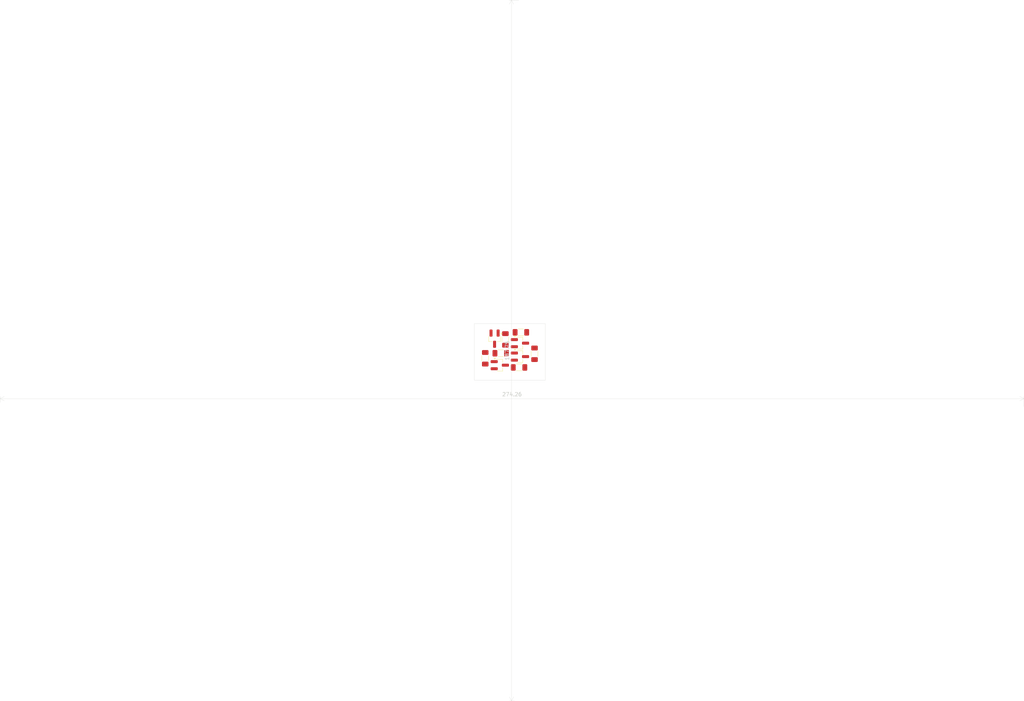
<source format=kicad_pcb>
(kicad_pcb (version 20241229) (generator "pcbnew") (generator_version "9.0")
  (layers (0 "F.Cu" signal) (2 "B.Cu" signal) (13 "F.Paste" user) (15 "B.Paste" user) (5 "F.SilkS" user "F.Silkscreen") (7 "B.SilkS" user "B.Silkscreen") (1 "F.Mask" user) (3 "B.Mask" user) (25 "Edge.Cuts" user))
  (net 0 "")
  (net 1 "LV")
  (net 2 "/LIO1")
  (net 3 "Net-(Q4-B)")
  (net 4 "GND")
  (net 5 "/HIO1")
  (net 6 "Net-(Q3-B)")
  (net 7 "HV")
  (net 8 "Net-(Q1-C)")
  (net 9 "Net-(Q1-B)")
  (net 10 "/GS1")
  (net 11 "/HVS1")
  (footprint "Resistor_SMD:R_1206_3216Metric_Pad1.30x1.75mm_HandSolder" (layer "F.Cu") (at 141.615 107.785 90)
    (property "Reference" "R6" (hide yes))
    (property "Value" "5.6k")
    (fp_line (start -0.727064 -0.91) (end 0.727064 -0.91) (stroke (width 0.12)) (layer "F.SilkS"))
    (fp_line (start -0.727064 0.91) (end 0.727064 0.91) (stroke (width 0.12)) (layer "F.SilkS"))
    (pad "1" smd roundrect (at -1.55 0 90) (size 1.3 1.75) (layers "F.Cu" "F.Mask" "F.Paste") (roundrect_rratio 0.192308) (net 7 "HV"))
    (pad "2" smd roundrect (at 1.55 0 90) (size 1.3 1.75) (layers "F.Cu" "F.Mask" "F.Paste") (roundrect_rratio 0.192308) (net 8 "Net-(Q1-C)"))
  )
  (footprint "Package_TO_SOT_SMD:SOT-23_Handsoldering" (layer "F.Cu") (at 150.915 107.335)
    (property "Reference" "Q3" (hide yes))
    (property "Value" "S9012")
    (fp_line (start -0.04 -1.58) (end -0.84 -1.58) (stroke (width 0.12)) (layer "F.SilkS"))
    (fp_line (start -0.04 -1.58) (end 0.76 -1.58) (stroke (width 0.12)) (layer "F.SilkS"))
    (fp_line (start 0.76 -1.58) (end 0.76 -0.65) (stroke (width 0.12)) (layer "F.SilkS"))
    (fp_line (start 0.76 1.58) (end -0.7 1.58) (stroke (width 0.12)) (layer "F.SilkS"))
    (fp_line (start 0.76 1.58) (end 0.76 0.65) (stroke (width 0.12)) (layer "F.SilkS"))
    (fp_poly (pts (xy -1.34 -1.61) (xy -1.58 -1.94) (xy -1.1 -1.94) (xy -1.34 -1.61)) (stroke (width 0.12)) (fill yes) (layer "F.SilkS"))
    (pad "1" smd roundrect (at -1.5 -0.95) (size 1.9 0.8) (layers "F.Cu" "F.Mask" "F.Paste") (net 6 "Net-(Q3-B)"))
    (pad "2" smd roundrect (at -1.5 0.95) (size 1.9 0.8) (layers "F.Cu" "F.Mask" "F.Paste") (net 7 "HV"))
    (pad "3" smd roundrect (at 1.5 0) (size 1.9 0.8) (layers "F.Cu" "F.Mask" "F.Paste") (net 5 "/HIO1"))
  )
  (footprint "Package_TO_SOT_SMD:SOT-23_Handsoldering" (layer "F.Cu") (at 144.115 102.535 -90)
    (property "Reference" "Q1" (hide yes))
    (property "Value" "PMBT2222A")
    (fp_line (start 0.76 1.58) (end -0.7 1.58) (stroke (width 0.12)) (layer "F.SilkS"))
    (fp_line (start 0.76 1.58) (end 0.76 0.65) (stroke (width 0.12)) (layer "F.SilkS"))
    (fp_line (start -0.04 -1.58) (end -0.84 -1.58) (stroke (width 0.12)) (layer "F.SilkS"))
    (fp_line (start -0.04 -1.58) (end 0.76 -1.58) (stroke (width 0.12)) (layer "F.SilkS"))
    (fp_line (start 0.76 -1.58) (end 0.76 -0.65) (stroke (width 0.12)) (layer "F.SilkS"))
    (fp_poly (pts (xy -1.34 -1.61) (xy -1.58 -1.94) (xy -1.1 -1.94) (xy -1.34 -1.61)) (stroke (width 0.12)) (fill yes) (layer "F.SilkS"))
    (pad "1" smd roundrect (at -1.5 -0.95 270) (size 1.9 0.8) (layers "F.Cu" "F.Mask" "F.Paste") (net 9 "Net-(Q1-B)"))
    (pad "2" smd roundrect (at -1.5 0.95 270) (size 1.9 0.8) (layers "F.Cu" "F.Mask" "F.Paste") (net 4 "GND"))
    (pad "3" smd roundrect (at 1.5 0 270) (size 1.9 0.8) (layers "F.Cu" "F.Mask" "F.Paste") (net 8 "Net-(Q1-C)"))
  )
  (footprint "Package_TO_SOT_SMD:SOT-23_Handsoldering" (layer "F.Cu") (at 145.515 109.635)
    (property "Reference" "Q4" (hide yes))
    (property "Value" "PMBT2222A")
    (fp_line (start -0.04 -1.58) (end -0.84 -1.58) (stroke (width 0.12)) (layer "F.SilkS"))
    (fp_line (start -0.04 -1.58) (end 0.76 -1.58) (stroke (width 0.12)) (layer "F.SilkS"))
    (fp_line (start 0.76 -1.58) (end 0.76 -0.65) (stroke (width 0.12)) (layer "F.SilkS"))
    (fp_line (start 0.76 1.58) (end -0.7 1.58) (stroke (width 0.12)) (layer "F.SilkS"))
    (fp_line (start 0.76 1.58) (end 0.76 0.65) (stroke (width 0.12)) (layer "F.SilkS"))
    (fp_poly (pts (xy -1.34 -1.61) (xy -1.58 -1.94) (xy -1.1 -1.94) (xy -1.34 -1.61)) (stroke (width 0.12)) (fill yes) (layer "F.SilkS"))
    (pad "1" smd roundrect (at -1.5 -0.95) (size 1.9 0.8) (layers "F.Cu" "F.Mask" "F.Paste") (net 3 "Net-(Q4-B)"))
    (pad "2" smd roundrect (at -1.5 0.95) (size 1.9 0.8) (layers "F.Cu" "F.Mask" "F.Paste") (net 4 "GND"))
    (pad "3" smd roundrect (at 1.5 0) (size 1.9 0.8) (layers "F.Cu" "F.Mask" "F.Paste") (net 5 "/HIO1"))
  )
  (footprint "Resistor_SMD:R_1206_3216Metric_Pad1.30x1.75mm_HandSolder" (layer "F.Cu") (at 154.815 106.585 -90)
    (property "Reference" "R5" (hide yes))
    (property "Value" "10k")
    (fp_line (start -0.727064 0.91) (end 0.727064 0.91) (stroke (width 0.12)) (layer "F.SilkS"))
    (fp_line (start -0.727064 -0.91) (end 0.727064 -0.91) (stroke (width 0.12)) (layer "F.SilkS"))
    (pad "1" smd roundrect (at -1.55 0 270) (size 1.3 1.75) (layers "F.Cu" "F.Mask" "F.Paste") (roundrect_rratio 0.192308) (net 7 "HV"))
    (pad "2" smd roundrect (at 1.55 0 270) (size 1.3 1.75) (layers "F.Cu" "F.Mask" "F.Paste") (roundrect_rratio 0.192308) (net 5 "/HIO1"))
  )
  (footprint "Resistor_SMD:R_1206_3216Metric_Pad1.30x1.75mm_HandSolder" (layer "F.Cu") (at 147.015 102.735 -90)
    (property "Reference" "R4" (hide yes))
    (property "Value" "10k")
    (fp_line (start -0.727064 0.91) (end 0.727064 0.91) (stroke (width 0.12)) (layer "F.SilkS"))
    (fp_line (start -0.727064 -0.91) (end 0.727064 -0.91) (stroke (width 0.12)) (layer "F.SilkS"))
    (pad "1" smd roundrect (at -1.55 0 270) (size 1.3 1.75) (layers "F.Cu" "F.Mask" "F.Paste") (roundrect_rratio 0.192308) (net 1 "LV"))
    (pad "2" smd roundrect (at 1.55 0 270) (size 1.3 1.75) (layers "F.Cu" "F.Mask" "F.Paste") (roundrect_rratio 0.192308) (net 2 "/LIO1"))
  )
  (footprint "Resistor_SMD:R_1206_3216Metric_Pad1.30x1.75mm_HandSolder" (layer "F.Cu") (at 150.665 110.235 180)
    (property "Reference" "R8" (hide yes))
    (property "Value" "2.7k")
    (fp_line (start -0.727064 0.91) (end 0.727064 0.91) (stroke (width 0.12)) (layer "F.SilkS"))
    (fp_line (start -0.727064 -0.91) (end 0.727064 -0.91) (stroke (width 0.12)) (layer "F.SilkS"))
    (pad "1" smd roundrect (at -1.55 0 180) (size 1.3 1.75) (layers "F.Cu" "F.Mask" "F.Paste") (roundrect_rratio 0.192308) (net 10 "/GS1"))
    (pad "2" smd roundrect (at 1.55 0 180) (size 1.3 1.75) (layers "F.Cu" "F.Mask" "F.Paste") (roundrect_rratio 0.192308) (net 3 "Net-(Q4-B)"))
  )
  (footprint "Package_TO_SOT_SMD:SOT-23_Handsoldering" (layer "F.Cu") (at 150.915 103.735)
    (property "Reference" "Q2" (hide yes))
    (property "Value" "BSS138")
    (fp_line (start -0.04 -1.58) (end -0.84 -1.58) (stroke (width 0.12)) (layer "F.SilkS"))
    (fp_line (start -0.04 -1.58) (end 0.76 -1.58) (stroke (width 0.12)) (layer "F.SilkS"))
    (fp_line (start 0.76 -1.58) (end 0.76 -0.65) (stroke (width 0.12)) (layer "F.SilkS"))
    (fp_line (start 0.76 1.58) (end -0.7 1.58) (stroke (width 0.12)) (layer "F.SilkS"))
    (fp_line (start 0.76 1.58) (end 0.76 0.65) (stroke (width 0.12)) (layer "F.SilkS"))
    (fp_poly (pts (xy -1.34 -1.61) (xy -1.58 -1.94) (xy -1.1 -1.94) (xy -1.34 -1.61)) (stroke (width 0.12)) (fill yes) (layer "F.SilkS"))
    (pad "1" smd roundrect (at -1.5 -0.95) (size 1.9 0.8) (layers "F.Cu" "F.Mask" "F.Paste") (net 1 "LV"))
    (pad "2" smd roundrect (at -1.5 0.95) (size 1.9 0.8) (layers "F.Cu" "F.Mask" "F.Paste") (net 2 "/LIO1"))
    (pad "3" smd roundrect (at 1.5 0) (size 1.9 0.8) (layers "F.Cu" "F.Mask" "F.Paste") (net 5 "/HIO1"))
  )
  (footprint "Resistor_SMD:R_1206_3216Metric_Pad1.30x1.75mm_HandSolder" (layer "F.Cu") (at 145.765 106.435)
    (property "Reference" "R7" (hide yes))
    (property "Value" "2.7k")
    (fp_line (start -0.727064 -0.91) (end 0.727064 -0.91) (stroke (width 0.12)) (layer "F.SilkS"))
    (fp_line (start -0.727064 0.91) (end 0.727064 0.91) (stroke (width 0.12)) (layer "F.SilkS"))
    (pad "1" smd roundrect (at -1.55 0) (size 1.3 1.75) (layers "F.Cu" "F.Mask" "F.Paste") (roundrect_rratio 0.192308) (net 8 "Net-(Q1-C)"))
    (pad "2" smd roundrect (at 1.55 0) (size 1.3 1.75) (layers "F.Cu" "F.Mask" "F.Paste") (roundrect_rratio 0.192308) (net 6 "Net-(Q3-B)"))
  )
  (footprint "Resistor_SMD:R_1206_3216Metric_Pad1.30x1.75mm_HandSolder" (layer "F.Cu") (at 151.165 100.835 180)
    (property "Reference" "R3" (hide yes))
    (property "Value" "2.7k")
    (fp_line (start -0.727064 0.91) (end 0.727064 0.91) (stroke (width 0.12)) (layer "F.SilkS"))
    (fp_line (start -0.727064 -0.91) (end 0.727064 -0.91) (stroke (width 0.12)) (layer "F.SilkS"))
    (pad "1" smd roundrect (at -1.55 0 180) (size 1.3 1.75) (layers "F.Cu" "F.Mask" "F.Paste") (roundrect_rratio 0.192308) (net 11 "/HVS1"))
    (pad "2" smd roundrect (at 1.55 0 180) (size 1.3 1.75) (layers "F.Cu" "F.Mask" "F.Paste") (roundrect_rratio 0.192308) (net 9 "Net-(Q1-B)"))
  )
  (gr_rect (start 138.715 98.485) (end 157.705 113.675) (stroke (width 0.05)) (fill no) (layer "Edge.Cuts"))
  (dimension (type orthogonal) (layer "Edge.Cuts") (pts (xy 149.97 199.59) (xy 151.1 11.84)) (height -1.32) (orientation 1) (format (prefix "") (suffix "") (units 3) (units_format 0) (precision 4) (suppress_zeroes yes)) (style (thickness 0.05) (arrow_length 1.27) (text_position_mode 0) (arrow_direction outward) (extension_height 0.58642) (extension_offset 0.5) (keep_text_aligned yes)) (gr_text "187.75" (at 147.5 105.715 90) (layer "Edge.Cuts") (effects (font (size 1 1) (thickness 0.15)))))
  (dimension (type orthogonal) (layer "Edge.Cuts") (pts (xy 11.66 120.11) (xy 285.92 121.24)) (height -1.51) (orientation 0) (format (prefix "") (suffix "") (units 3) (units_format 0) (precision 4) (suppress_zeroes yes)) (style (thickness 0.05) (arrow_length 1.27) (text_position_mode 0) (arrow_direction outward) (extension_height 0.58642) (extension_offset 0.5) (keep_text_aligned yes)) (gr_text "274.26" (at 148.79 117.45 0) (layer "Edge.Cuts") (effects (font (size 1 1) (thickness 0.15)))))
)
</source>
